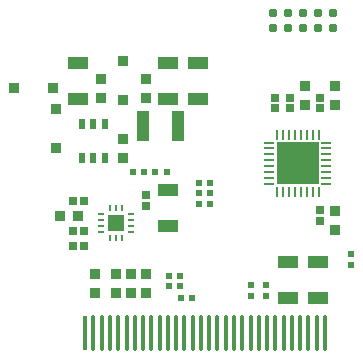
<source format=gbp>
G04 Layer_Color=128*
%FSLAX25Y25*%
%MOIN*%
G70*
G01*
G75*
%ADD15R,0.02165X0.01968*%
%ADD27C,0.03100*%
%ADD28R,0.02362X0.03543*%
%ADD29R,0.03347X0.03347*%
%ADD30R,0.01968X0.02165*%
%ADD31R,0.14173X0.14173*%
%ADD32O,0.00984X0.03347*%
%ADD33O,0.03347X0.00984*%
%ADD34O,0.00984X0.02559*%
%ADD35O,0.02559X0.00984*%
%ADD36R,0.05709X0.05709*%
%ADD37R,0.04331X0.10394*%
G04:AMPARAMS|DCode=38|XSize=15.75mil|YSize=118.11mil|CornerRadius=7.87mil|HoleSize=0mil|Usage=FLASHONLY|Rotation=0.000|XOffset=0mil|YOffset=0mil|HoleType=Round|Shape=RoundedRectangle|*
%AMROUNDEDRECTD38*
21,1,0.01575,0.10236,0,0,0.0*
21,1,0.00000,0.11811,0,0,0.0*
1,1,0.01575,0.00000,-0.05118*
1,1,0.01575,0.00000,-0.05118*
1,1,0.01575,0.00000,0.05118*
1,1,0.01575,0.00000,0.05118*
%
%ADD38ROUNDEDRECTD38*%
%ADD39R,0.01575X0.11811*%
%ADD40R,0.06890X0.03937*%
%ADD41R,0.03740X0.03347*%
%ADD42R,0.02520X0.02520*%
%ADD43R,0.03347X0.03347*%
%ADD44R,0.02520X0.02520*%
%ADD45R,0.03347X0.03740*%
D15*
X236000Y152370D02*
D03*
Y148630D02*
D03*
X207500Y141870D02*
D03*
Y138130D02*
D03*
X202500Y141870D02*
D03*
Y138130D02*
D03*
D27*
X230000Y227500D02*
D03*
X225000D02*
D03*
X220000D02*
D03*
X215000D02*
D03*
X210000D02*
D03*
Y232500D02*
D03*
X215000D02*
D03*
X220000D02*
D03*
X225000D02*
D03*
X230000D02*
D03*
D28*
X153740Y184390D02*
D03*
X150000D02*
D03*
X146260D02*
D03*
Y195610D02*
D03*
X150000D02*
D03*
X153740D02*
D03*
D29*
X136594Y207500D02*
D03*
X123406D02*
D03*
D30*
X178870Y141500D02*
D03*
X175130D02*
D03*
X163130Y179500D02*
D03*
X166870D02*
D03*
X170630D02*
D03*
X174370D02*
D03*
X185130Y176000D02*
D03*
X188870D02*
D03*
X185130Y172500D02*
D03*
X188870D02*
D03*
X185130Y169000D02*
D03*
X188870D02*
D03*
X178870Y145000D02*
D03*
X175130D02*
D03*
X183000Y137500D02*
D03*
X179260D02*
D03*
D31*
X218126Y182500D02*
D03*
D32*
X225016Y191949D02*
D03*
X223047D02*
D03*
X221079D02*
D03*
X219110D02*
D03*
X217142D02*
D03*
X215173D02*
D03*
X213205D02*
D03*
X211236D02*
D03*
Y173051D02*
D03*
X213205D02*
D03*
X215173D02*
D03*
X217142D02*
D03*
X219110D02*
D03*
X221079D02*
D03*
X223047D02*
D03*
X225016D02*
D03*
D33*
X208677Y189390D02*
D03*
Y187421D02*
D03*
Y185453D02*
D03*
Y183484D02*
D03*
Y181516D02*
D03*
Y179547D02*
D03*
Y177579D02*
D03*
Y175610D02*
D03*
X227575D02*
D03*
Y177579D02*
D03*
Y179547D02*
D03*
Y181516D02*
D03*
Y183484D02*
D03*
Y185453D02*
D03*
Y187421D02*
D03*
Y189390D02*
D03*
D34*
X155532Y167500D02*
D03*
X157500D02*
D03*
X159468D02*
D03*
Y157658D02*
D03*
X157500D02*
D03*
X155532D02*
D03*
D35*
X162421Y165532D02*
D03*
Y163563D02*
D03*
Y161594D02*
D03*
Y159626D02*
D03*
X152579D02*
D03*
Y161594D02*
D03*
Y163563D02*
D03*
Y165532D02*
D03*
D36*
X157500Y162579D02*
D03*
D37*
X166673Y195000D02*
D03*
X178327D02*
D03*
D38*
X218898Y125984D02*
D03*
X221654D02*
D03*
X216142D02*
D03*
X227165D02*
D03*
X224409D02*
D03*
X210630D02*
D03*
X213386D02*
D03*
X207874D02*
D03*
X205118D02*
D03*
X199606D02*
D03*
X202362D02*
D03*
X188583D02*
D03*
X191339D02*
D03*
X185827D02*
D03*
X196850D02*
D03*
X194095D02*
D03*
X180315D02*
D03*
X183071D02*
D03*
X177559D02*
D03*
X174803D02*
D03*
X163779D02*
D03*
X166535D02*
D03*
X161024D02*
D03*
X172047D02*
D03*
X169291D02*
D03*
X155512D02*
D03*
X158268D02*
D03*
X152756D02*
D03*
X150000D02*
D03*
D39*
X147244D02*
D03*
D40*
X215000Y137496D02*
D03*
Y149504D02*
D03*
X175000Y203996D02*
D03*
Y216004D02*
D03*
X185000Y203996D02*
D03*
Y216004D02*
D03*
X145000Y203996D02*
D03*
Y216004D02*
D03*
X175000Y173504D02*
D03*
Y161496D02*
D03*
X225000Y137496D02*
D03*
Y149504D02*
D03*
D41*
X157500Y139350D02*
D03*
Y145650D02*
D03*
X167500Y210650D02*
D03*
Y204350D02*
D03*
X152500Y210650D02*
D03*
Y204350D02*
D03*
X160000Y190650D02*
D03*
Y184350D02*
D03*
X230626Y208150D02*
D03*
Y201850D02*
D03*
X230500Y160350D02*
D03*
Y166650D02*
D03*
X220626Y208150D02*
D03*
Y201850D02*
D03*
X167500Y145650D02*
D03*
Y139350D02*
D03*
X162500Y145650D02*
D03*
Y139350D02*
D03*
X150500Y139350D02*
D03*
Y145650D02*
D03*
D42*
X215626Y204272D02*
D03*
Y200728D02*
D03*
X210626Y204272D02*
D03*
Y200728D02*
D03*
X167500Y168228D02*
D03*
Y171772D02*
D03*
X225626Y204272D02*
D03*
Y200728D02*
D03*
Y163228D02*
D03*
Y166772D02*
D03*
D43*
X160000Y203405D02*
D03*
Y216595D02*
D03*
X137500Y200689D02*
D03*
Y187500D02*
D03*
D44*
X143228Y170000D02*
D03*
X146772D02*
D03*
X143228Y155000D02*
D03*
X146772D02*
D03*
X143228Y160000D02*
D03*
X146772D02*
D03*
D45*
X138701Y165000D02*
D03*
X145000D02*
D03*
M02*

</source>
